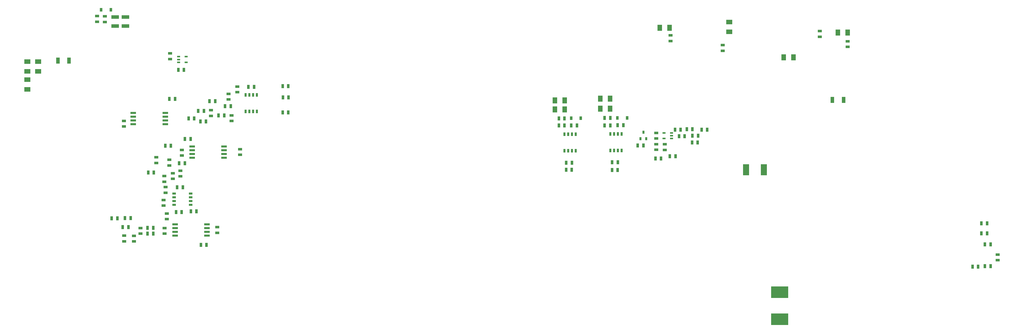
<source format=gbp>
G04 (created by PCBNEW (2013-07-07 BZR 4022)-stable) date 31-01-2015 18:12:54*
%MOIN*%
G04 Gerber Fmt 3.4, Leading zero omitted, Abs format*
%FSLAX34Y34*%
G01*
G70*
G90*
G04 APERTURE LIST*
%ADD10C,0.00590551*%
%ADD11R,0.1X0.05*%
%ADD12R,0.055X0.035*%
%ADD13R,0.0358268X0.0480315*%
%ADD14R,0.08X0.06*%
%ADD15R,0.0492126X0.0787402*%
%ADD16R,0.035X0.055*%
%ADD17R,0.229921X0.155118*%
%ADD18R,0.06X0.08*%
%ADD19R,0.0787402X0.149606*%
%ADD20R,0.0315X0.0394*%
%ADD21R,0.0413386X0.023622*%
%ADD22R,0.05X0.025*%
%ADD23R,0.025X0.05*%
%ADD24R,0.0748031X0.0255906*%
G04 APERTURE END LIST*
G54D10*
G54D11*
X35444Y-16860D03*
X35444Y-18060D03*
X34078Y-16876D03*
X34078Y-18076D03*
G54D12*
X31665Y-17504D03*
X31665Y-16754D03*
X32700Y-16786D03*
X32700Y-17536D03*
G54D13*
X33498Y-15900D03*
X32211Y-15904D03*
G54D14*
X22410Y-25210D03*
X22410Y-26510D03*
X22410Y-22820D03*
X22410Y-24120D03*
X23820Y-24120D03*
X23820Y-22820D03*
G54D15*
X27940Y-22661D03*
X26464Y-22657D03*
G54D16*
X93776Y-30377D03*
X93026Y-30377D03*
G54D17*
X122367Y-53508D03*
X122364Y-57107D03*
G54D15*
X129378Y-27901D03*
X130854Y-27905D03*
G54D14*
X115675Y-18850D03*
X115675Y-17550D03*
G54D18*
X106436Y-18307D03*
X107736Y-18307D03*
X130090Y-18945D03*
X131390Y-18945D03*
X122890Y-22240D03*
X124190Y-22240D03*
G54D12*
X131410Y-20845D03*
X131410Y-20095D03*
X127690Y-18745D03*
X127690Y-19495D03*
X114790Y-21357D03*
X114790Y-20607D03*
X107874Y-20060D03*
X107874Y-19310D03*
X35250Y-30705D03*
X35250Y-31455D03*
G54D19*
X117913Y-37204D03*
X120275Y-37204D03*
G54D16*
X100839Y-37224D03*
X100089Y-37224D03*
X94768Y-36259D03*
X94018Y-36259D03*
X94749Y-37208D03*
X93999Y-37208D03*
X100863Y-36204D03*
X100113Y-36204D03*
X93776Y-31318D03*
X93026Y-31318D03*
X99859Y-31303D03*
X99109Y-31303D03*
X99859Y-30291D03*
X99109Y-30291D03*
X95430Y-31318D03*
X94680Y-31318D03*
X101587Y-31271D03*
X100837Y-31271D03*
G54D18*
X93787Y-29165D03*
X92487Y-29165D03*
X93787Y-27976D03*
X92487Y-27976D03*
X99838Y-27736D03*
X98538Y-27736D03*
X99838Y-29059D03*
X98538Y-29059D03*
G54D13*
X94662Y-30331D03*
X95949Y-30327D03*
X100804Y-30296D03*
X102091Y-30292D03*
G54D12*
X107098Y-33821D03*
X107098Y-34571D03*
X105968Y-32290D03*
X105968Y-33040D03*
G54D16*
X108999Y-32728D03*
X109749Y-32728D03*
X110735Y-33586D03*
X111485Y-33586D03*
X110034Y-31795D03*
X110784Y-31795D03*
X111995Y-31885D03*
X112745Y-31885D03*
G54D12*
X105968Y-33790D03*
X105968Y-34540D03*
G54D16*
X110774Y-32685D03*
X111524Y-32685D03*
X108459Y-31874D03*
X109209Y-31874D03*
X105865Y-35708D03*
X106615Y-35708D03*
G54D20*
X104259Y-32220D03*
X103884Y-33086D03*
X104634Y-33086D03*
G54D16*
X107782Y-35421D03*
X108532Y-35421D03*
X103506Y-33972D03*
X104256Y-33972D03*
X56361Y-27566D03*
X57111Y-27566D03*
G54D12*
X39522Y-36299D03*
X39522Y-35549D03*
X41265Y-35878D03*
X41265Y-36628D03*
G54D16*
X47355Y-28080D03*
X46605Y-28080D03*
X41285Y-27760D03*
X42035Y-27760D03*
X56321Y-29574D03*
X57071Y-29574D03*
X43213Y-23905D03*
X42463Y-23905D03*
G54D12*
X35265Y-46725D03*
X35265Y-45975D03*
X36585Y-46740D03*
X36585Y-45990D03*
X37440Y-44965D03*
X37440Y-45715D03*
G54D16*
X42309Y-39537D03*
X43059Y-39537D03*
G54D12*
X40650Y-44965D03*
X40650Y-45715D03*
X50657Y-34469D03*
X50657Y-35219D03*
X42944Y-34561D03*
X42944Y-35311D03*
G54D16*
X56321Y-26070D03*
X57071Y-26070D03*
X41475Y-34020D03*
X40725Y-34020D03*
G54D12*
X47649Y-44845D03*
X47649Y-45595D03*
G54D16*
X45395Y-30770D03*
X46145Y-30770D03*
G54D12*
X46790Y-30035D03*
X46790Y-29285D03*
G54D16*
X149652Y-47141D03*
X150402Y-47141D03*
X44089Y-33110D03*
X43339Y-33110D03*
G54D12*
X40920Y-43779D03*
X40920Y-43029D03*
G54D16*
X43320Y-36323D03*
X42570Y-36323D03*
G54D12*
X42749Y-38084D03*
X42749Y-37334D03*
G54D16*
X44124Y-42742D03*
X44874Y-42742D03*
X38468Y-37583D03*
X39218Y-37583D03*
G54D12*
X40754Y-40261D03*
X40754Y-39511D03*
G54D16*
X51775Y-26160D03*
X52525Y-26160D03*
G54D12*
X50300Y-26125D03*
X50300Y-26875D03*
X41381Y-21719D03*
X41381Y-22469D03*
X41738Y-37664D03*
X41738Y-38414D03*
X40605Y-38040D03*
X40605Y-38790D03*
X40516Y-41983D03*
X40516Y-41233D03*
G54D16*
X34367Y-43659D03*
X33617Y-43659D03*
X42918Y-42854D03*
X42168Y-42854D03*
X39125Y-44937D03*
X38375Y-44937D03*
X39120Y-45707D03*
X38370Y-45707D03*
X35381Y-43638D03*
X36131Y-43638D03*
X35085Y-44826D03*
X35835Y-44826D03*
X46215Y-47220D03*
X45465Y-47220D03*
X43835Y-30380D03*
X44585Y-30380D03*
X47815Y-29970D03*
X48565Y-29970D03*
G54D12*
X49130Y-27855D03*
X49130Y-27105D03*
G54D16*
X45111Y-29358D03*
X45861Y-29358D03*
X149180Y-44346D03*
X149930Y-44346D03*
X48675Y-28730D03*
X49425Y-28730D03*
G54D12*
X49530Y-29965D03*
X49530Y-30715D03*
G54D16*
X149180Y-45685D03*
X149930Y-45685D03*
X147999Y-50094D03*
X148749Y-50094D03*
X149652Y-50055D03*
X150402Y-50055D03*
G54D12*
X151326Y-49249D03*
X151326Y-48499D03*
G54D21*
X42496Y-22902D03*
X42496Y-22152D03*
X43496Y-22902D03*
X42496Y-22527D03*
X43496Y-22152D03*
X108011Y-32290D03*
X108011Y-33040D03*
X107011Y-32290D03*
X108011Y-32665D03*
X107011Y-33040D03*
G54D22*
X44100Y-40360D03*
X44100Y-40860D03*
X44100Y-41360D03*
X44100Y-41860D03*
X41900Y-41860D03*
X41900Y-41360D03*
X41900Y-40860D03*
X41900Y-40360D03*
G54D23*
X52890Y-29436D03*
X52390Y-29436D03*
X51890Y-29436D03*
X51390Y-29436D03*
X51390Y-27236D03*
X51890Y-27236D03*
X52390Y-27236D03*
X52890Y-27236D03*
G54D24*
X46285Y-44488D03*
X46285Y-44988D03*
X46285Y-45488D03*
X46285Y-45988D03*
X42035Y-45988D03*
X42035Y-45488D03*
X42035Y-44988D03*
X42035Y-44488D03*
X48539Y-34118D03*
X48539Y-34618D03*
X48539Y-35118D03*
X48539Y-35618D03*
X44289Y-35618D03*
X44289Y-35118D03*
X44289Y-34618D03*
X44289Y-34118D03*
G54D23*
X95265Y-34686D03*
X94765Y-34686D03*
X94265Y-34686D03*
X93765Y-34686D03*
X93765Y-32486D03*
X94265Y-32486D03*
X94765Y-32486D03*
X95265Y-32486D03*
X101368Y-34631D03*
X100868Y-34631D03*
X100368Y-34631D03*
X99868Y-34631D03*
X99868Y-32431D03*
X100368Y-32431D03*
X100868Y-32431D03*
X101368Y-32431D03*
G54D24*
X40735Y-29628D03*
X40735Y-30128D03*
X40735Y-30628D03*
X40735Y-31128D03*
X36485Y-31128D03*
X36485Y-30628D03*
X36485Y-30128D03*
X36485Y-29628D03*
M02*

</source>
